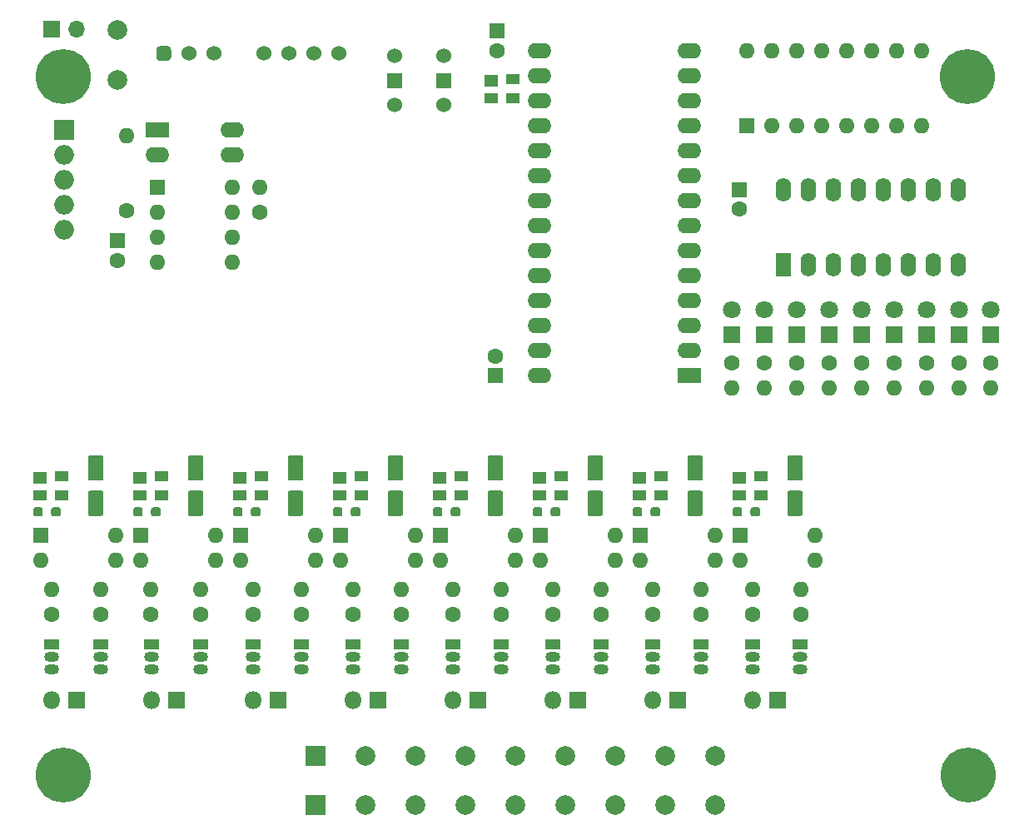
<source format=gts>
G04 #@! TF.GenerationSoftware,KiCad,Pcbnew,5.1.10-88a1d61d58~90~ubuntu20.04.1*
G04 #@! TF.CreationDate,2022-11-06T15:19:46+00:00*
G04 #@! TF.ProjectId,PDJRSIM,53494d31-3038-42e6-9b69-6361645f7063,221101*
G04 #@! TF.SameCoordinates,Original*
G04 #@! TF.FileFunction,Soldermask,Top*
G04 #@! TF.FilePolarity,Negative*
%FSLAX46Y46*%
G04 Gerber Fmt 4.6, Leading zero omitted, Abs format (unit mm)*
G04 Created by KiCad (PCBNEW 5.1.10-88a1d61d58~90~ubuntu20.04.1) date 2022-11-06 15:19:46*
%MOMM*%
%LPD*%
G01*
G04 APERTURE LIST*
%ADD10C,1.524000*%
%ADD11R,2.000000X2.000000*%
%ADD12C,2.000000*%
%ADD13C,1.600000*%
%ADD14R,1.600000X1.600000*%
%ADD15C,3.600000*%
%ADD16C,5.600000*%
%ADD17R,1.500000X1.500000*%
%ADD18O,1.600000X1.600000*%
%ADD19R,1.500000X1.050000*%
%ADD20O,1.500000X1.050000*%
%ADD21C,1.800000*%
%ADD22R,1.800000X1.800000*%
%ADD23R,1.400000X1.000000*%
%ADD24R,1.400000X1.200000*%
%ADD25O,2.000000X2.000000*%
%ADD26O,1.800000X1.800000*%
%ADD27O,2.400000X1.600000*%
%ADD28R,2.400000X1.600000*%
%ADD29O,1.600000X2.400000*%
%ADD30R,1.600000X2.400000*%
%ADD31O,1.700000X1.700000*%
%ADD32R,1.700000X1.700000*%
G04 APERTURE END LIST*
D10*
X57709000Y-29820000D03*
X62709000Y-29820000D03*
X57709000Y-24820000D03*
X62709000Y-24820000D03*
D11*
X49657000Y-101067000D03*
D12*
X54737000Y-101067000D03*
X59817000Y-101067000D03*
X64897000Y-101067000D03*
X69977000Y-101067000D03*
X75057000Y-101067000D03*
X80137000Y-101067000D03*
X85217000Y-101067000D03*
X90297000Y-101067000D03*
X59817000Y-96067000D03*
X90297000Y-96067000D03*
D11*
X49657000Y-96067000D03*
D12*
X80137000Y-96067000D03*
X85217000Y-96067000D03*
X69977000Y-96067000D03*
X54737000Y-96067000D03*
X75057000Y-96067000D03*
X64897000Y-96067000D03*
G36*
G01*
X33452000Y-24994000D02*
X33452000Y-24232000D01*
G75*
G02*
X33833000Y-23851000I381000J0D01*
G01*
X34595000Y-23851000D01*
G75*
G02*
X34976000Y-24232000I0J-381000D01*
G01*
X34976000Y-24994000D01*
G75*
G02*
X34595000Y-25375000I-381000J0D01*
G01*
X33833000Y-25375000D01*
G75*
G02*
X33452000Y-24994000I0J381000D01*
G01*
G37*
D10*
X36754000Y-24613000D03*
X39294000Y-24613000D03*
X44374000Y-24613000D03*
X46914000Y-24613000D03*
X49454000Y-24613000D03*
X51994000Y-24613000D03*
D13*
X68123000Y-24327000D03*
D14*
X68123000Y-22327000D03*
D15*
X116002500Y-97994000D03*
D16*
X116002500Y-97994000D03*
X24002500Y-97994000D03*
D15*
X24002500Y-97994000D03*
D17*
X57721500Y-27343500D03*
X62674500Y-27343500D03*
D18*
X115125500Y-58649000D03*
D13*
X115125500Y-56109000D03*
D18*
X111823500Y-58649000D03*
D13*
X111823500Y-56109000D03*
D18*
X108521500Y-58649000D03*
D13*
X108521500Y-56109000D03*
D18*
X105219500Y-58649000D03*
D13*
X105219500Y-56109000D03*
D18*
X101917500Y-58649000D03*
D13*
X101917500Y-56109000D03*
D18*
X98615500Y-58649000D03*
D13*
X98615500Y-56109000D03*
D18*
X95313500Y-58649000D03*
D13*
X95313500Y-56109000D03*
D18*
X92011500Y-58649000D03*
D13*
X92011500Y-56109000D03*
D19*
X83947000Y-84684000D03*
D20*
X83947000Y-87224000D03*
X83947000Y-85954000D03*
D18*
X43993000Y-38202000D03*
D13*
X43993000Y-40742000D03*
X67945000Y-55379000D03*
D14*
X67945000Y-57379000D03*
D18*
X118364000Y-58649000D03*
D13*
X118364000Y-56109000D03*
D21*
X118364000Y-50648000D03*
D22*
X118364000Y-53188000D03*
G36*
G01*
X93897000Y-71459500D02*
X93897000Y-70984500D01*
G75*
G02*
X94134500Y-70747000I237500J0D01*
G01*
X94634500Y-70747000D01*
G75*
G02*
X94872000Y-70984500I0J-237500D01*
G01*
X94872000Y-71459500D01*
G75*
G02*
X94634500Y-71697000I-237500J0D01*
G01*
X94134500Y-71697000D01*
G75*
G02*
X93897000Y-71459500I0J237500D01*
G01*
G37*
G36*
G01*
X92072000Y-71459500D02*
X92072000Y-70984500D01*
G75*
G02*
X92309500Y-70747000I237500J0D01*
G01*
X92809500Y-70747000D01*
G75*
G02*
X93047000Y-70984500I0J-237500D01*
G01*
X93047000Y-71459500D01*
G75*
G02*
X92809500Y-71697000I-237500J0D01*
G01*
X92309500Y-71697000D01*
G75*
G02*
X92072000Y-71459500I0J237500D01*
G01*
G37*
G36*
G01*
X32937000Y-71459500D02*
X32937000Y-70984500D01*
G75*
G02*
X33174500Y-70747000I237500J0D01*
G01*
X33674500Y-70747000D01*
G75*
G02*
X33912000Y-70984500I0J-237500D01*
G01*
X33912000Y-71459500D01*
G75*
G02*
X33674500Y-71697000I-237500J0D01*
G01*
X33174500Y-71697000D01*
G75*
G02*
X32937000Y-71459500I0J237500D01*
G01*
G37*
G36*
G01*
X31112000Y-71459500D02*
X31112000Y-70984500D01*
G75*
G02*
X31349500Y-70747000I237500J0D01*
G01*
X31849500Y-70747000D01*
G75*
G02*
X32087000Y-70984500I0J-237500D01*
G01*
X32087000Y-71459500D01*
G75*
G02*
X31849500Y-71697000I-237500J0D01*
G01*
X31349500Y-71697000D01*
G75*
G02*
X31112000Y-71459500I0J237500D01*
G01*
G37*
G36*
G01*
X83737000Y-71459500D02*
X83737000Y-70984500D01*
G75*
G02*
X83974500Y-70747000I237500J0D01*
G01*
X84474500Y-70747000D01*
G75*
G02*
X84712000Y-70984500I0J-237500D01*
G01*
X84712000Y-71459500D01*
G75*
G02*
X84474500Y-71697000I-237500J0D01*
G01*
X83974500Y-71697000D01*
G75*
G02*
X83737000Y-71459500I0J237500D01*
G01*
G37*
G36*
G01*
X81912000Y-71459500D02*
X81912000Y-70984500D01*
G75*
G02*
X82149500Y-70747000I237500J0D01*
G01*
X82649500Y-70747000D01*
G75*
G02*
X82887000Y-70984500I0J-237500D01*
G01*
X82887000Y-71459500D01*
G75*
G02*
X82649500Y-71697000I-237500J0D01*
G01*
X82149500Y-71697000D01*
G75*
G02*
X81912000Y-71459500I0J237500D01*
G01*
G37*
G36*
G01*
X73577000Y-71459500D02*
X73577000Y-70984500D01*
G75*
G02*
X73814500Y-70747000I237500J0D01*
G01*
X74314500Y-70747000D01*
G75*
G02*
X74552000Y-70984500I0J-237500D01*
G01*
X74552000Y-71459500D01*
G75*
G02*
X74314500Y-71697000I-237500J0D01*
G01*
X73814500Y-71697000D01*
G75*
G02*
X73577000Y-71459500I0J237500D01*
G01*
G37*
G36*
G01*
X71752000Y-71459500D02*
X71752000Y-70984500D01*
G75*
G02*
X71989500Y-70747000I237500J0D01*
G01*
X72489500Y-70747000D01*
G75*
G02*
X72727000Y-70984500I0J-237500D01*
G01*
X72727000Y-71459500D01*
G75*
G02*
X72489500Y-71697000I-237500J0D01*
G01*
X71989500Y-71697000D01*
G75*
G02*
X71752000Y-71459500I0J237500D01*
G01*
G37*
G36*
G01*
X63417000Y-71459500D02*
X63417000Y-70984500D01*
G75*
G02*
X63654500Y-70747000I237500J0D01*
G01*
X64154500Y-70747000D01*
G75*
G02*
X64392000Y-70984500I0J-237500D01*
G01*
X64392000Y-71459500D01*
G75*
G02*
X64154500Y-71697000I-237500J0D01*
G01*
X63654500Y-71697000D01*
G75*
G02*
X63417000Y-71459500I0J237500D01*
G01*
G37*
G36*
G01*
X61592000Y-71459500D02*
X61592000Y-70984500D01*
G75*
G02*
X61829500Y-70747000I237500J0D01*
G01*
X62329500Y-70747000D01*
G75*
G02*
X62567000Y-70984500I0J-237500D01*
G01*
X62567000Y-71459500D01*
G75*
G02*
X62329500Y-71697000I-237500J0D01*
G01*
X61829500Y-71697000D01*
G75*
G02*
X61592000Y-71459500I0J237500D01*
G01*
G37*
G36*
G01*
X53257000Y-71459500D02*
X53257000Y-70984500D01*
G75*
G02*
X53494500Y-70747000I237500J0D01*
G01*
X53994500Y-70747000D01*
G75*
G02*
X54232000Y-70984500I0J-237500D01*
G01*
X54232000Y-71459500D01*
G75*
G02*
X53994500Y-71697000I-237500J0D01*
G01*
X53494500Y-71697000D01*
G75*
G02*
X53257000Y-71459500I0J237500D01*
G01*
G37*
G36*
G01*
X51432000Y-71459500D02*
X51432000Y-70984500D01*
G75*
G02*
X51669500Y-70747000I237500J0D01*
G01*
X52169500Y-70747000D01*
G75*
G02*
X52407000Y-70984500I0J-237500D01*
G01*
X52407000Y-71459500D01*
G75*
G02*
X52169500Y-71697000I-237500J0D01*
G01*
X51669500Y-71697000D01*
G75*
G02*
X51432000Y-71459500I0J237500D01*
G01*
G37*
G36*
G01*
X43097000Y-71459500D02*
X43097000Y-70984500D01*
G75*
G02*
X43334500Y-70747000I237500J0D01*
G01*
X43834500Y-70747000D01*
G75*
G02*
X44072000Y-70984500I0J-237500D01*
G01*
X44072000Y-71459500D01*
G75*
G02*
X43834500Y-71697000I-237500J0D01*
G01*
X43334500Y-71697000D01*
G75*
G02*
X43097000Y-71459500I0J237500D01*
G01*
G37*
G36*
G01*
X41272000Y-71459500D02*
X41272000Y-70984500D01*
G75*
G02*
X41509500Y-70747000I237500J0D01*
G01*
X42009500Y-70747000D01*
G75*
G02*
X42247000Y-70984500I0J-237500D01*
G01*
X42247000Y-71459500D01*
G75*
G02*
X42009500Y-71697000I-237500J0D01*
G01*
X41509500Y-71697000D01*
G75*
G02*
X41272000Y-71459500I0J237500D01*
G01*
G37*
G36*
G01*
X22777000Y-71459500D02*
X22777000Y-70984500D01*
G75*
G02*
X23014500Y-70747000I237500J0D01*
G01*
X23514500Y-70747000D01*
G75*
G02*
X23752000Y-70984500I0J-237500D01*
G01*
X23752000Y-71459500D01*
G75*
G02*
X23514500Y-71697000I-237500J0D01*
G01*
X23014500Y-71697000D01*
G75*
G02*
X22777000Y-71459500I0J237500D01*
G01*
G37*
G36*
G01*
X20952000Y-71459500D02*
X20952000Y-70984500D01*
G75*
G02*
X21189500Y-70747000I237500J0D01*
G01*
X21689500Y-70747000D01*
G75*
G02*
X21927000Y-70984500I0J-237500D01*
G01*
X21927000Y-71459500D01*
G75*
G02*
X21689500Y-71697000I-237500J0D01*
G01*
X21189500Y-71697000D01*
G75*
G02*
X20952000Y-71459500I0J237500D01*
G01*
G37*
G36*
G01*
X97875000Y-69055000D02*
X98975000Y-69055000D01*
G75*
G02*
X99225000Y-69305000I0J-250000D01*
G01*
X99225000Y-71405000D01*
G75*
G02*
X98975000Y-71655000I-250000J0D01*
G01*
X97875000Y-71655000D01*
G75*
G02*
X97625000Y-71405000I0J250000D01*
G01*
X97625000Y-69305000D01*
G75*
G02*
X97875000Y-69055000I250000J0D01*
G01*
G37*
G36*
G01*
X97875000Y-65455000D02*
X98975000Y-65455000D01*
G75*
G02*
X99225000Y-65705000I0J-250000D01*
G01*
X99225000Y-67805000D01*
G75*
G02*
X98975000Y-68055000I-250000J0D01*
G01*
X97875000Y-68055000D01*
G75*
G02*
X97625000Y-67805000I0J250000D01*
G01*
X97625000Y-65705000D01*
G75*
G02*
X97875000Y-65455000I250000J0D01*
G01*
G37*
G36*
G01*
X87715000Y-69055000D02*
X88815000Y-69055000D01*
G75*
G02*
X89065000Y-69305000I0J-250000D01*
G01*
X89065000Y-71405000D01*
G75*
G02*
X88815000Y-71655000I-250000J0D01*
G01*
X87715000Y-71655000D01*
G75*
G02*
X87465000Y-71405000I0J250000D01*
G01*
X87465000Y-69305000D01*
G75*
G02*
X87715000Y-69055000I250000J0D01*
G01*
G37*
G36*
G01*
X87715000Y-65455000D02*
X88815000Y-65455000D01*
G75*
G02*
X89065000Y-65705000I0J-250000D01*
G01*
X89065000Y-67805000D01*
G75*
G02*
X88815000Y-68055000I-250000J0D01*
G01*
X87715000Y-68055000D01*
G75*
G02*
X87465000Y-67805000I0J250000D01*
G01*
X87465000Y-65705000D01*
G75*
G02*
X87715000Y-65455000I250000J0D01*
G01*
G37*
G36*
G01*
X77555000Y-69055000D02*
X78655000Y-69055000D01*
G75*
G02*
X78905000Y-69305000I0J-250000D01*
G01*
X78905000Y-71405000D01*
G75*
G02*
X78655000Y-71655000I-250000J0D01*
G01*
X77555000Y-71655000D01*
G75*
G02*
X77305000Y-71405000I0J250000D01*
G01*
X77305000Y-69305000D01*
G75*
G02*
X77555000Y-69055000I250000J0D01*
G01*
G37*
G36*
G01*
X77555000Y-65455000D02*
X78655000Y-65455000D01*
G75*
G02*
X78905000Y-65705000I0J-250000D01*
G01*
X78905000Y-67805000D01*
G75*
G02*
X78655000Y-68055000I-250000J0D01*
G01*
X77555000Y-68055000D01*
G75*
G02*
X77305000Y-67805000I0J250000D01*
G01*
X77305000Y-65705000D01*
G75*
G02*
X77555000Y-65455000I250000J0D01*
G01*
G37*
G36*
G01*
X57235000Y-69055000D02*
X58335000Y-69055000D01*
G75*
G02*
X58585000Y-69305000I0J-250000D01*
G01*
X58585000Y-71405000D01*
G75*
G02*
X58335000Y-71655000I-250000J0D01*
G01*
X57235000Y-71655000D01*
G75*
G02*
X56985000Y-71405000I0J250000D01*
G01*
X56985000Y-69305000D01*
G75*
G02*
X57235000Y-69055000I250000J0D01*
G01*
G37*
G36*
G01*
X57235000Y-65455000D02*
X58335000Y-65455000D01*
G75*
G02*
X58585000Y-65705000I0J-250000D01*
G01*
X58585000Y-67805000D01*
G75*
G02*
X58335000Y-68055000I-250000J0D01*
G01*
X57235000Y-68055000D01*
G75*
G02*
X56985000Y-67805000I0J250000D01*
G01*
X56985000Y-65705000D01*
G75*
G02*
X57235000Y-65455000I250000J0D01*
G01*
G37*
G36*
G01*
X67395000Y-69055000D02*
X68495000Y-69055000D01*
G75*
G02*
X68745000Y-69305000I0J-250000D01*
G01*
X68745000Y-71405000D01*
G75*
G02*
X68495000Y-71655000I-250000J0D01*
G01*
X67395000Y-71655000D01*
G75*
G02*
X67145000Y-71405000I0J250000D01*
G01*
X67145000Y-69305000D01*
G75*
G02*
X67395000Y-69055000I250000J0D01*
G01*
G37*
G36*
G01*
X67395000Y-65455000D02*
X68495000Y-65455000D01*
G75*
G02*
X68745000Y-65705000I0J-250000D01*
G01*
X68745000Y-67805000D01*
G75*
G02*
X68495000Y-68055000I-250000J0D01*
G01*
X67395000Y-68055000D01*
G75*
G02*
X67145000Y-67805000I0J250000D01*
G01*
X67145000Y-65705000D01*
G75*
G02*
X67395000Y-65455000I250000J0D01*
G01*
G37*
G36*
G01*
X47075000Y-69055000D02*
X48175000Y-69055000D01*
G75*
G02*
X48425000Y-69305000I0J-250000D01*
G01*
X48425000Y-71405000D01*
G75*
G02*
X48175000Y-71655000I-250000J0D01*
G01*
X47075000Y-71655000D01*
G75*
G02*
X46825000Y-71405000I0J250000D01*
G01*
X46825000Y-69305000D01*
G75*
G02*
X47075000Y-69055000I250000J0D01*
G01*
G37*
G36*
G01*
X47075000Y-65455000D02*
X48175000Y-65455000D01*
G75*
G02*
X48425000Y-65705000I0J-250000D01*
G01*
X48425000Y-67805000D01*
G75*
G02*
X48175000Y-68055000I-250000J0D01*
G01*
X47075000Y-68055000D01*
G75*
G02*
X46825000Y-67805000I0J250000D01*
G01*
X46825000Y-65705000D01*
G75*
G02*
X47075000Y-65455000I250000J0D01*
G01*
G37*
G36*
G01*
X36915000Y-69055000D02*
X38015000Y-69055000D01*
G75*
G02*
X38265000Y-69305000I0J-250000D01*
G01*
X38265000Y-71405000D01*
G75*
G02*
X38015000Y-71655000I-250000J0D01*
G01*
X36915000Y-71655000D01*
G75*
G02*
X36665000Y-71405000I0J250000D01*
G01*
X36665000Y-69305000D01*
G75*
G02*
X36915000Y-69055000I250000J0D01*
G01*
G37*
G36*
G01*
X36915000Y-65455000D02*
X38015000Y-65455000D01*
G75*
G02*
X38265000Y-65705000I0J-250000D01*
G01*
X38265000Y-67805000D01*
G75*
G02*
X38015000Y-68055000I-250000J0D01*
G01*
X36915000Y-68055000D01*
G75*
G02*
X36665000Y-67805000I0J250000D01*
G01*
X36665000Y-65705000D01*
G75*
G02*
X36915000Y-65455000I250000J0D01*
G01*
G37*
G36*
G01*
X26755000Y-69055000D02*
X27855000Y-69055000D01*
G75*
G02*
X28105000Y-69305000I0J-250000D01*
G01*
X28105000Y-71405000D01*
G75*
G02*
X27855000Y-71655000I-250000J0D01*
G01*
X26755000Y-71655000D01*
G75*
G02*
X26505000Y-71405000I0J250000D01*
G01*
X26505000Y-69305000D01*
G75*
G02*
X26755000Y-69055000I250000J0D01*
G01*
G37*
G36*
G01*
X26755000Y-65455000D02*
X27855000Y-65455000D01*
G75*
G02*
X28105000Y-65705000I0J-250000D01*
G01*
X28105000Y-67805000D01*
G75*
G02*
X27855000Y-68055000I-250000J0D01*
G01*
X26755000Y-68055000D01*
G75*
G02*
X26505000Y-67805000I0J250000D01*
G01*
X26505000Y-65705000D01*
G75*
G02*
X26755000Y-65455000I250000J0D01*
G01*
G37*
D23*
X94953000Y-67605000D03*
X94953000Y-69505000D03*
X92753000Y-69505000D03*
D24*
X92753000Y-67785000D03*
D23*
X84793000Y-67605000D03*
X84793000Y-69505000D03*
X82593000Y-69505000D03*
D24*
X82593000Y-67785000D03*
D23*
X74633000Y-67605000D03*
X74633000Y-69505000D03*
X72433000Y-69505000D03*
D24*
X72433000Y-67785000D03*
D23*
X64473000Y-67605000D03*
X64473000Y-69505000D03*
X62273000Y-69505000D03*
D24*
X62273000Y-67785000D03*
D23*
X54313000Y-67605000D03*
X54313000Y-69505000D03*
X52113000Y-69505000D03*
D24*
X52113000Y-67785000D03*
D23*
X44153000Y-67605000D03*
X44153000Y-69505000D03*
X41953000Y-69505000D03*
D24*
X41953000Y-67785000D03*
D23*
X33993000Y-67605000D03*
X33993000Y-69505000D03*
X31793000Y-69505000D03*
D24*
X31793000Y-67785000D03*
D23*
X23833000Y-67605000D03*
X23833000Y-69505000D03*
X21633000Y-69505000D03*
D24*
X21633000Y-67785000D03*
D18*
X80137000Y-73635000D03*
X72517000Y-76175000D03*
X80137000Y-76175000D03*
D14*
X72517000Y-73635000D03*
D18*
X100457000Y-73635000D03*
X92837000Y-76175000D03*
X100457000Y-76175000D03*
D14*
X92837000Y-73635000D03*
D18*
X90297000Y-73635000D03*
X82677000Y-76175000D03*
X90297000Y-76175000D03*
D14*
X82677000Y-73635000D03*
D18*
X69977000Y-73635000D03*
X62357000Y-76175000D03*
X69977000Y-76175000D03*
D14*
X62357000Y-73635000D03*
D18*
X59817000Y-73635000D03*
X52197000Y-76175000D03*
X59817000Y-76175000D03*
D14*
X52197000Y-73635000D03*
D18*
X49657000Y-73635000D03*
X42037000Y-76175000D03*
X49657000Y-76175000D03*
D14*
X42037000Y-73635000D03*
D18*
X39497000Y-73635000D03*
X31877000Y-76175000D03*
X39497000Y-76175000D03*
D14*
X31877000Y-73635000D03*
D18*
X29337000Y-73635000D03*
X21717000Y-76175000D03*
X29337000Y-76175000D03*
D14*
X21717000Y-73635000D03*
D18*
X94107000Y-79096000D03*
D13*
X94107000Y-81636000D03*
D18*
X99060000Y-79096000D03*
D13*
X99060000Y-81636000D03*
D18*
X83947000Y-79096000D03*
D13*
X83947000Y-81636000D03*
D18*
X88900000Y-79096000D03*
D13*
X88900000Y-81636000D03*
D18*
X73787000Y-79096000D03*
D13*
X73787000Y-81636000D03*
D18*
X78740000Y-79096000D03*
D13*
X78740000Y-81636000D03*
D18*
X63627000Y-79096000D03*
D13*
X63627000Y-81636000D03*
D18*
X68580000Y-79096000D03*
D13*
X68580000Y-81636000D03*
D18*
X53467000Y-79096000D03*
D13*
X53467000Y-81636000D03*
D18*
X58420000Y-79096000D03*
D13*
X58420000Y-81636000D03*
D18*
X43307000Y-79096000D03*
D13*
X43307000Y-81636000D03*
D18*
X48260000Y-79096000D03*
D13*
X48260000Y-81636000D03*
D18*
X32893000Y-79096000D03*
D13*
X32893000Y-81636000D03*
D18*
X37973000Y-79096000D03*
D13*
X37973000Y-81636000D03*
D18*
X22860000Y-79096000D03*
D13*
X22860000Y-81636000D03*
D18*
X27813000Y-79096000D03*
D13*
X27813000Y-81636000D03*
D18*
X30480000Y-32995000D03*
D13*
X30480000Y-40615000D03*
D19*
X98933000Y-84684000D03*
D20*
X98933000Y-87224000D03*
X98933000Y-85954000D03*
D19*
X94107000Y-84684000D03*
D20*
X94107000Y-87224000D03*
X94107000Y-85954000D03*
D19*
X88900000Y-84684000D03*
D20*
X88900000Y-87224000D03*
X88900000Y-85954000D03*
D19*
X78740000Y-84684000D03*
D20*
X78740000Y-87224000D03*
X78740000Y-85954000D03*
D19*
X73787000Y-84684000D03*
D20*
X73787000Y-87224000D03*
X73787000Y-85954000D03*
D19*
X68580000Y-84684000D03*
D20*
X68580000Y-87224000D03*
X68580000Y-85954000D03*
D19*
X63627000Y-84684000D03*
D20*
X63627000Y-87224000D03*
X63627000Y-85954000D03*
D19*
X58420000Y-84684000D03*
D20*
X58420000Y-87224000D03*
X58420000Y-85954000D03*
D19*
X53467000Y-84684000D03*
D20*
X53467000Y-87224000D03*
X53467000Y-85954000D03*
D19*
X48260000Y-84684000D03*
D20*
X48260000Y-87224000D03*
X48260000Y-85954000D03*
D19*
X43307000Y-84684000D03*
D20*
X43307000Y-87224000D03*
X43307000Y-85954000D03*
D19*
X37973000Y-84684000D03*
D20*
X37973000Y-87224000D03*
X37973000Y-85954000D03*
D19*
X33020000Y-84684000D03*
D20*
X33020000Y-87224000D03*
X33020000Y-85954000D03*
D19*
X27813000Y-84684000D03*
D20*
X27813000Y-87224000D03*
X27813000Y-85954000D03*
D19*
X22860000Y-84684000D03*
D20*
X22860000Y-87224000D03*
X22860000Y-85954000D03*
D25*
X24130000Y-42520000D03*
X24130000Y-39980000D03*
X24130000Y-37440000D03*
X24130000Y-34900000D03*
D11*
X24130000Y-32360000D03*
D26*
X94107000Y-90399000D03*
D22*
X96647000Y-90399000D03*
D26*
X83947000Y-90399000D03*
D22*
X86487000Y-90399000D03*
D26*
X73787000Y-90399000D03*
D22*
X76327000Y-90399000D03*
D26*
X63627000Y-90399000D03*
D22*
X66167000Y-90399000D03*
D26*
X53467000Y-90399000D03*
D22*
X56007000Y-90399000D03*
D26*
X43307000Y-90399000D03*
D22*
X45847000Y-90399000D03*
D26*
X33020000Y-90399000D03*
D22*
X35560000Y-90399000D03*
D26*
X22860000Y-90399000D03*
D22*
X25400000Y-90399000D03*
D23*
X69731000Y-27219000D03*
X69731000Y-29119000D03*
X67531000Y-29119000D03*
D24*
X67531000Y-27399000D03*
D13*
X29515000Y-45663000D03*
D14*
X29515000Y-43663000D03*
D13*
X92761000Y-40456000D03*
D14*
X92761000Y-38456000D03*
D27*
X72441000Y-57379000D03*
X87681000Y-24359000D03*
X72441000Y-54839000D03*
X87681000Y-26899000D03*
X72441000Y-52299000D03*
X87681000Y-29439000D03*
X72441000Y-49759000D03*
X87681000Y-31979000D03*
X72441000Y-47219000D03*
X87681000Y-34519000D03*
X72441000Y-44679000D03*
X87681000Y-37059000D03*
X72441000Y-42139000D03*
X87681000Y-39599000D03*
X72441000Y-39599000D03*
X87681000Y-42139000D03*
X72441000Y-37059000D03*
X87681000Y-44679000D03*
X72441000Y-34519000D03*
X87681000Y-47219000D03*
X72441000Y-31979000D03*
X87681000Y-49759000D03*
X72441000Y-29439000D03*
X87681000Y-52299000D03*
X72441000Y-26899000D03*
X87681000Y-54839000D03*
X72441000Y-24359000D03*
D28*
X87681000Y-57379000D03*
D18*
X93523000Y-24359000D03*
X111303000Y-31979000D03*
X96063000Y-24359000D03*
X108763000Y-31979000D03*
X98603000Y-24359000D03*
X106223000Y-31979000D03*
X101143000Y-24359000D03*
X103683000Y-31979000D03*
X103683000Y-24359000D03*
X101143000Y-31979000D03*
X106223000Y-24359000D03*
X98603000Y-31979000D03*
X108763000Y-24359000D03*
X96063000Y-31979000D03*
X111303000Y-24359000D03*
D14*
X93523000Y-31979000D03*
D21*
X115113000Y-50648000D03*
D22*
X115113000Y-53188000D03*
D21*
X111811000Y-50648000D03*
D22*
X111811000Y-53188000D03*
D29*
X97206000Y-38456000D03*
X114986000Y-46076000D03*
X99746000Y-38456000D03*
X112446000Y-46076000D03*
X102286000Y-38456000D03*
X109906000Y-46076000D03*
X104826000Y-38456000D03*
X107366000Y-46076000D03*
X107366000Y-38456000D03*
X104826000Y-46076000D03*
X109906000Y-38456000D03*
X102286000Y-46076000D03*
X112446000Y-38456000D03*
X99746000Y-46076000D03*
X114986000Y-38456000D03*
D30*
X97206000Y-46076000D03*
D21*
X108509000Y-50648000D03*
D22*
X108509000Y-53188000D03*
D21*
X105207000Y-50648000D03*
D22*
X105207000Y-53188000D03*
D27*
X41199000Y-32360000D03*
X33579000Y-34900000D03*
X41199000Y-34900000D03*
D28*
X33579000Y-32360000D03*
D15*
X23995000Y-26999000D03*
D16*
X23995000Y-26999000D03*
X115995000Y-26999000D03*
D15*
X115995000Y-26999000D03*
D21*
X101905000Y-50648000D03*
D22*
X101905000Y-53188000D03*
D21*
X98603000Y-50648000D03*
D22*
X98603000Y-53188000D03*
D21*
X95301000Y-50648000D03*
D22*
X95301000Y-53188000D03*
D21*
X91999000Y-50648000D03*
D22*
X91999000Y-53188000D03*
D18*
X41199000Y-38202000D03*
X33579000Y-45822000D03*
X41199000Y-40742000D03*
X33579000Y-43282000D03*
X41199000Y-43282000D03*
X33579000Y-40742000D03*
X41199000Y-45822000D03*
D14*
X33579000Y-38202000D03*
D31*
X25324000Y-22098000D03*
D32*
X22784000Y-22098000D03*
D12*
X29525000Y-22200000D03*
X29515000Y-27280000D03*
M02*

</source>
